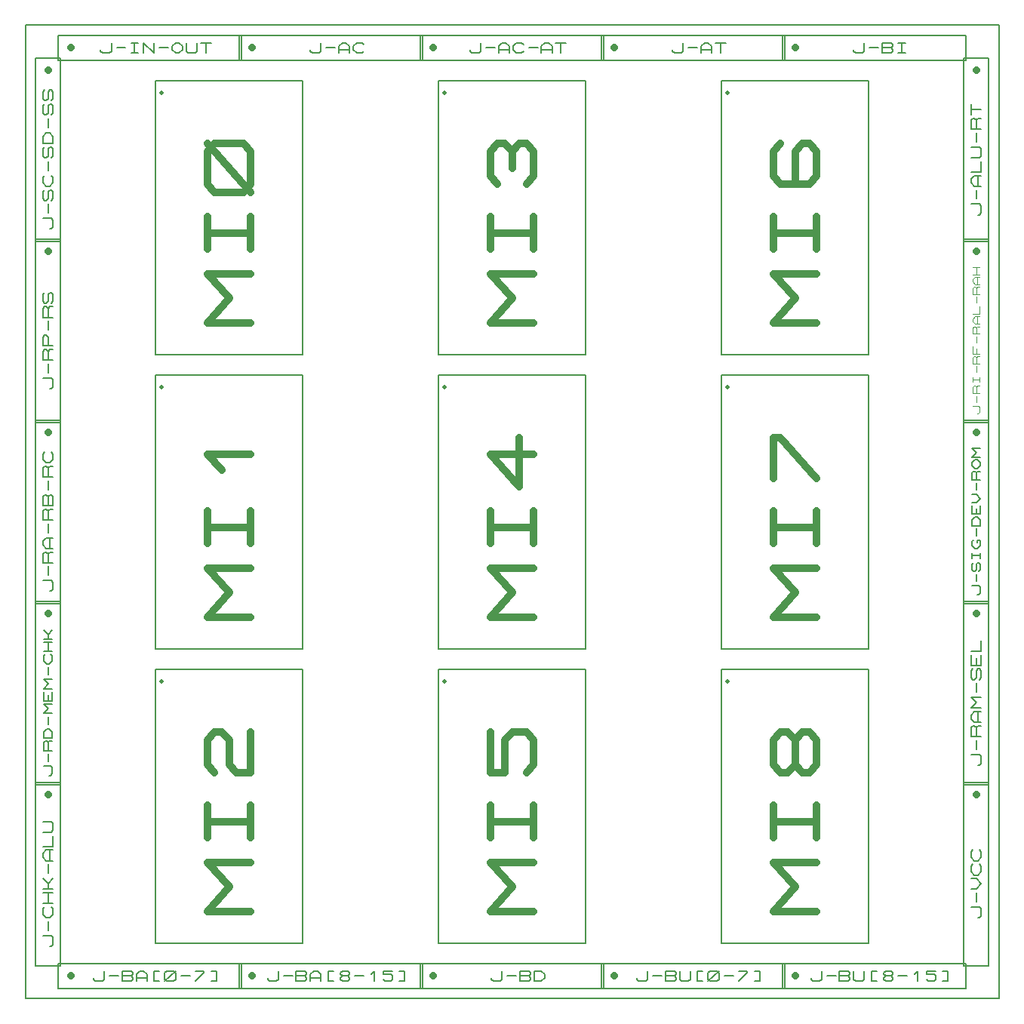
<source format=gbr>
G04 PROTEUS GERBER X2 FILE*
%TF.GenerationSoftware,Labcenter,Proteus,8.13-SP0-Build31525*%
%TF.CreationDate,2022-07-18T16:04:25+00:00*%
%TF.FileFunction,AssemblyDrawing,Top*%
%TF.FilePolarity,Positive*%
%TF.Part,Single*%
%TF.SameCoordinates,{a14ccd22-1d2d-4c41-ae0f-5237a1d864ee}*%
%FSLAX45Y45*%
%MOMM*%
G01*
%TA.AperFunction,Profile*%
%ADD15C,0.203200*%
%TA.AperFunction,Material*%
%ADD16C,0.203200*%
%ADD20C,0.812800*%
%ADD21C,0.177800*%
%ADD22C,0.154510*%
%ADD23C,0.123610*%
%ADD24C,0.142630*%
%ADD25C,0.508000*%
%ADD26C,0.812120*%
%TD.AperFunction*%
D15*
X-5461000Y-5715000D02*
X+5461000Y-5715000D01*
X+5461000Y+5207000D01*
X-5461000Y+5207000D01*
X-5461000Y-5715000D01*
D16*
X-3058160Y+4815840D02*
X-1005840Y+4815840D01*
X-1005840Y+5090160D01*
X-3058160Y+5090160D01*
X-3058160Y+4815840D01*
D20*
X-2921000Y+4953000D02*
X-2921000Y+4953000D01*
D21*
X-2263140Y+4935220D02*
X-2263140Y+4917440D01*
X-2243138Y+4899660D01*
X-2163128Y+4899660D01*
X-2143125Y+4917440D01*
X-2143125Y+5006340D01*
X-2083118Y+4953000D02*
X-1983105Y+4953000D01*
X-1943100Y+4899660D02*
X-1943100Y+4970780D01*
X-1903095Y+5006340D01*
X-1863090Y+5006340D01*
X-1823085Y+4970780D01*
X-1823085Y+4899660D01*
X-1943100Y+4935220D02*
X-1823085Y+4935220D01*
X-1663065Y+4917440D02*
X-1683068Y+4899660D01*
X-1743075Y+4899660D01*
X-1783080Y+4935220D01*
X-1783080Y+4970780D01*
X-1743075Y+5006340D01*
X-1683068Y+5006340D01*
X-1663065Y+4988560D01*
D16*
X-1026160Y+4815840D02*
X+1026160Y+4815840D01*
X+1026160Y+5090160D01*
X-1026160Y+5090160D01*
X-1026160Y+4815840D01*
D20*
X-889000Y+4953000D02*
X-889000Y+4953000D01*
D21*
X-471170Y+4935220D02*
X-471170Y+4917440D01*
X-451168Y+4899660D01*
X-371158Y+4899660D01*
X-351155Y+4917440D01*
X-351155Y+5006340D01*
X-291148Y+4953000D02*
X-191135Y+4953000D01*
X-151130Y+4899660D02*
X-151130Y+4970780D01*
X-111125Y+5006340D01*
X-71120Y+5006340D01*
X-31115Y+4970780D01*
X-31115Y+4899660D01*
X-151130Y+4935220D02*
X-31115Y+4935220D01*
X+128905Y+4917440D02*
X+108902Y+4899660D01*
X+48895Y+4899660D01*
X+8890Y+4935220D01*
X+8890Y+4970780D01*
X+48895Y+5006340D01*
X+108902Y+5006340D01*
X+128905Y+4988560D01*
X+188912Y+4953000D02*
X+288925Y+4953000D01*
X+328930Y+4899660D02*
X+328930Y+4970780D01*
X+368935Y+5006340D01*
X+408940Y+5006340D01*
X+448945Y+4970780D01*
X+448945Y+4899660D01*
X+328930Y+4935220D02*
X+448945Y+4935220D01*
X+488950Y+5006340D02*
X+608965Y+5006340D01*
X+548957Y+5006340D02*
X+548957Y+4899660D01*
D16*
X+1005840Y+4815840D02*
X+3058160Y+4815840D01*
X+3058160Y+5090160D01*
X+1005840Y+5090160D01*
X+1005840Y+4815840D01*
D20*
X+1143000Y+4953000D02*
X+1143000Y+4953000D01*
D21*
X+1800860Y+4935220D02*
X+1800860Y+4917440D01*
X+1820862Y+4899660D01*
X+1900872Y+4899660D01*
X+1920875Y+4917440D01*
X+1920875Y+5006340D01*
X+1980882Y+4953000D02*
X+2080895Y+4953000D01*
X+2120900Y+4899660D02*
X+2120900Y+4970780D01*
X+2160905Y+5006340D01*
X+2200910Y+5006340D01*
X+2240915Y+4970780D01*
X+2240915Y+4899660D01*
X+2120900Y+4935220D02*
X+2240915Y+4935220D01*
X+2280920Y+5006340D02*
X+2400935Y+5006340D01*
X+2340927Y+5006340D02*
X+2340927Y+4899660D01*
D16*
X+3037840Y+4815840D02*
X+5090160Y+4815840D01*
X+5090160Y+5090160D01*
X+3037840Y+5090160D01*
X+3037840Y+4815840D01*
D20*
X+3175000Y+4953000D02*
X+3175000Y+4953000D01*
D21*
X+3832860Y+4935220D02*
X+3832860Y+4917440D01*
X+3852862Y+4899660D01*
X+3932872Y+4899660D01*
X+3952875Y+4917440D01*
X+3952875Y+5006340D01*
X+4012882Y+4953000D02*
X+4112895Y+4953000D01*
X+4152900Y+4899660D02*
X+4152900Y+5006340D01*
X+4252912Y+5006340D01*
X+4272915Y+4988560D01*
X+4272915Y+4970780D01*
X+4252912Y+4953000D01*
X+4272915Y+4935220D01*
X+4272915Y+4917440D01*
X+4252912Y+4899660D01*
X+4152900Y+4899660D01*
X+4152900Y+4953000D02*
X+4252912Y+4953000D01*
X+4332922Y+5006340D02*
X+4412932Y+5006340D01*
X+4372927Y+5006340D02*
X+4372927Y+4899660D01*
X+4332922Y+4899660D02*
X+4412932Y+4899660D01*
D16*
X-5090160Y+4815840D02*
X-3037840Y+4815840D01*
X-3037840Y+5090160D01*
X-5090160Y+5090160D01*
X-5090160Y+4815840D01*
D20*
X-4953000Y+4953000D02*
X-4953000Y+4953000D01*
D21*
X-4615180Y+4935220D02*
X-4615180Y+4917440D01*
X-4595178Y+4899660D01*
X-4515168Y+4899660D01*
X-4495165Y+4917440D01*
X-4495165Y+5006340D01*
X-4435158Y+4953000D02*
X-4335145Y+4953000D01*
X-4275138Y+5006340D02*
X-4195128Y+5006340D01*
X-4235133Y+5006340D02*
X-4235133Y+4899660D01*
X-4275138Y+4899660D02*
X-4195128Y+4899660D01*
X-4135120Y+4899660D02*
X-4135120Y+5006340D01*
X-4015105Y+4899660D01*
X-4015105Y+5006340D01*
X-3955098Y+4953000D02*
X-3855085Y+4953000D01*
X-3815080Y+4970780D02*
X-3775075Y+5006340D01*
X-3735070Y+5006340D01*
X-3695065Y+4970780D01*
X-3695065Y+4935220D01*
X-3735070Y+4899660D01*
X-3775075Y+4899660D01*
X-3815080Y+4935220D01*
X-3815080Y+4970780D01*
X-3655060Y+5006340D02*
X-3655060Y+4917440D01*
X-3635058Y+4899660D01*
X-3555048Y+4899660D01*
X-3535045Y+4917440D01*
X-3535045Y+5006340D01*
X-3495040Y+5006340D02*
X-3375025Y+5006340D01*
X-3435033Y+5006340D02*
X-3435033Y+4899660D01*
D16*
X-5090160Y-5598160D02*
X-3037840Y-5598160D01*
X-3037840Y-5323840D01*
X-5090160Y-5323840D01*
X-5090160Y-5598160D01*
D20*
X-4953000Y-5461000D02*
X-4953000Y-5461000D01*
D21*
X-4695190Y-5478780D02*
X-4695190Y-5496560D01*
X-4675188Y-5514340D01*
X-4595178Y-5514340D01*
X-4575175Y-5496560D01*
X-4575175Y-5407660D01*
X-4515168Y-5461000D02*
X-4415155Y-5461000D01*
X-4375150Y-5514340D02*
X-4375150Y-5407660D01*
X-4275138Y-5407660D01*
X-4255135Y-5425440D01*
X-4255135Y-5443220D01*
X-4275138Y-5461000D01*
X-4255135Y-5478780D01*
X-4255135Y-5496560D01*
X-4275138Y-5514340D01*
X-4375150Y-5514340D01*
X-4375150Y-5461000D02*
X-4275138Y-5461000D01*
X-4215130Y-5514340D02*
X-4215130Y-5443220D01*
X-4175125Y-5407660D01*
X-4135120Y-5407660D01*
X-4095115Y-5443220D01*
X-4095115Y-5514340D01*
X-4215130Y-5478780D02*
X-4095115Y-5478780D01*
X-3955098Y-5407660D02*
X-4015105Y-5407660D01*
X-4015105Y-5514340D01*
X-3955098Y-5514340D01*
X-3895090Y-5496560D02*
X-3895090Y-5425440D01*
X-3875088Y-5407660D01*
X-3795078Y-5407660D01*
X-3775075Y-5425440D01*
X-3775075Y-5496560D01*
X-3795078Y-5514340D01*
X-3875088Y-5514340D01*
X-3895090Y-5496560D01*
X-3895090Y-5514340D02*
X-3775075Y-5407660D01*
X-3715068Y-5461000D02*
X-3615055Y-5461000D01*
X-3555048Y-5407660D02*
X-3455035Y-5407660D01*
X-3455035Y-5425440D01*
X-3555048Y-5514340D01*
X-3375025Y-5407660D02*
X-3315018Y-5407660D01*
X-3315018Y-5514340D01*
X-3375025Y-5514340D01*
D16*
X-3058160Y-5598160D02*
X-1005840Y-5598160D01*
X-1005840Y-5323840D01*
X-3058160Y-5323840D01*
X-3058160Y-5598160D01*
D20*
X-2921000Y-5461000D02*
X-2921000Y-5461000D01*
D21*
X-2743200Y-5478780D02*
X-2743200Y-5496560D01*
X-2723198Y-5514340D01*
X-2643188Y-5514340D01*
X-2623185Y-5496560D01*
X-2623185Y-5407660D01*
X-2563178Y-5461000D02*
X-2463165Y-5461000D01*
X-2423160Y-5514340D02*
X-2423160Y-5407660D01*
X-2323148Y-5407660D01*
X-2303145Y-5425440D01*
X-2303145Y-5443220D01*
X-2323148Y-5461000D01*
X-2303145Y-5478780D01*
X-2303145Y-5496560D01*
X-2323148Y-5514340D01*
X-2423160Y-5514340D01*
X-2423160Y-5461000D02*
X-2323148Y-5461000D01*
X-2263140Y-5514340D02*
X-2263140Y-5443220D01*
X-2223135Y-5407660D01*
X-2183130Y-5407660D01*
X-2143125Y-5443220D01*
X-2143125Y-5514340D01*
X-2263140Y-5478780D02*
X-2143125Y-5478780D01*
X-2003108Y-5407660D02*
X-2063115Y-5407660D01*
X-2063115Y-5514340D01*
X-2003108Y-5514340D01*
X-1903095Y-5461000D02*
X-1923098Y-5443220D01*
X-1923098Y-5425440D01*
X-1903095Y-5407660D01*
X-1843088Y-5407660D01*
X-1823085Y-5425440D01*
X-1823085Y-5443220D01*
X-1843088Y-5461000D01*
X-1903095Y-5461000D01*
X-1923098Y-5478780D01*
X-1923098Y-5496560D01*
X-1903095Y-5514340D01*
X-1843088Y-5514340D01*
X-1823085Y-5496560D01*
X-1823085Y-5478780D01*
X-1843088Y-5461000D01*
X-1763078Y-5461000D02*
X-1663065Y-5461000D01*
X-1583055Y-5443220D02*
X-1543050Y-5407660D01*
X-1543050Y-5514340D01*
X-1343025Y-5407660D02*
X-1443038Y-5407660D01*
X-1443038Y-5443220D01*
X-1363028Y-5443220D01*
X-1343025Y-5461000D01*
X-1343025Y-5496560D01*
X-1363028Y-5514340D01*
X-1423035Y-5514340D01*
X-1443038Y-5496560D01*
X-1263015Y-5407660D02*
X-1203008Y-5407660D01*
X-1203008Y-5514340D01*
X-1263015Y-5514340D01*
D16*
X-1026160Y-5598160D02*
X+1026160Y-5598160D01*
X+1026160Y-5323840D01*
X-1026160Y-5323840D01*
X-1026160Y-5598160D01*
D20*
X-889000Y-5461000D02*
X-889000Y-5461000D01*
D21*
X-231140Y-5478780D02*
X-231140Y-5496560D01*
X-211138Y-5514340D01*
X-131128Y-5514340D01*
X-111125Y-5496560D01*
X-111125Y-5407660D01*
X-51118Y-5461000D02*
X+48895Y-5461000D01*
X+88900Y-5514340D02*
X+88900Y-5407660D01*
X+188912Y-5407660D01*
X+208915Y-5425440D01*
X+208915Y-5443220D01*
X+188912Y-5461000D01*
X+208915Y-5478780D01*
X+208915Y-5496560D01*
X+188912Y-5514340D01*
X+88900Y-5514340D01*
X+88900Y-5461000D02*
X+188912Y-5461000D01*
X+248920Y-5514340D02*
X+248920Y-5407660D01*
X+328930Y-5407660D01*
X+368935Y-5443220D01*
X+368935Y-5478780D01*
X+328930Y-5514340D01*
X+248920Y-5514340D01*
D16*
X+1005840Y-5598160D02*
X+3058160Y-5598160D01*
X+3058160Y-5323840D01*
X+1005840Y-5323840D01*
X+1005840Y-5598160D01*
D20*
X+1143000Y-5461000D02*
X+1143000Y-5461000D01*
D21*
X+1400810Y-5478780D02*
X+1400810Y-5496560D01*
X+1420812Y-5514340D01*
X+1500822Y-5514340D01*
X+1520825Y-5496560D01*
X+1520825Y-5407660D01*
X+1580832Y-5461000D02*
X+1680845Y-5461000D01*
X+1720850Y-5514340D02*
X+1720850Y-5407660D01*
X+1820862Y-5407660D01*
X+1840865Y-5425440D01*
X+1840865Y-5443220D01*
X+1820862Y-5461000D01*
X+1840865Y-5478780D01*
X+1840865Y-5496560D01*
X+1820862Y-5514340D01*
X+1720850Y-5514340D01*
X+1720850Y-5461000D02*
X+1820862Y-5461000D01*
X+1880870Y-5407660D02*
X+1880870Y-5496560D01*
X+1900872Y-5514340D01*
X+1980882Y-5514340D01*
X+2000885Y-5496560D01*
X+2000885Y-5407660D01*
X+2140902Y-5407660D02*
X+2080895Y-5407660D01*
X+2080895Y-5514340D01*
X+2140902Y-5514340D01*
X+2200910Y-5496560D02*
X+2200910Y-5425440D01*
X+2220912Y-5407660D01*
X+2300922Y-5407660D01*
X+2320925Y-5425440D01*
X+2320925Y-5496560D01*
X+2300922Y-5514340D01*
X+2220912Y-5514340D01*
X+2200910Y-5496560D01*
X+2200910Y-5514340D02*
X+2320925Y-5407660D01*
X+2380932Y-5461000D02*
X+2480945Y-5461000D01*
X+2540952Y-5407660D02*
X+2640965Y-5407660D01*
X+2640965Y-5425440D01*
X+2540952Y-5514340D01*
X+2720975Y-5407660D02*
X+2780982Y-5407660D01*
X+2780982Y-5514340D01*
X+2720975Y-5514340D01*
D16*
X+3037840Y-5598160D02*
X+5090160Y-5598160D01*
X+5090160Y-5323840D01*
X+3037840Y-5323840D01*
X+3037840Y-5598160D01*
D20*
X+3175000Y-5461000D02*
X+3175000Y-5461000D01*
D21*
X+3352800Y-5478780D02*
X+3352800Y-5496560D01*
X+3372802Y-5514340D01*
X+3452812Y-5514340D01*
X+3472815Y-5496560D01*
X+3472815Y-5407660D01*
X+3532822Y-5461000D02*
X+3632835Y-5461000D01*
X+3672840Y-5514340D02*
X+3672840Y-5407660D01*
X+3772852Y-5407660D01*
X+3792855Y-5425440D01*
X+3792855Y-5443220D01*
X+3772852Y-5461000D01*
X+3792855Y-5478780D01*
X+3792855Y-5496560D01*
X+3772852Y-5514340D01*
X+3672840Y-5514340D01*
X+3672840Y-5461000D02*
X+3772852Y-5461000D01*
X+3832860Y-5407660D02*
X+3832860Y-5496560D01*
X+3852862Y-5514340D01*
X+3932872Y-5514340D01*
X+3952875Y-5496560D01*
X+3952875Y-5407660D01*
X+4092892Y-5407660D02*
X+4032885Y-5407660D01*
X+4032885Y-5514340D01*
X+4092892Y-5514340D01*
X+4192905Y-5461000D02*
X+4172902Y-5443220D01*
X+4172902Y-5425440D01*
X+4192905Y-5407660D01*
X+4252912Y-5407660D01*
X+4272915Y-5425440D01*
X+4272915Y-5443220D01*
X+4252912Y-5461000D01*
X+4192905Y-5461000D01*
X+4172902Y-5478780D01*
X+4172902Y-5496560D01*
X+4192905Y-5514340D01*
X+4252912Y-5514340D01*
X+4272915Y-5496560D01*
X+4272915Y-5478780D01*
X+4252912Y-5461000D01*
X+4332922Y-5461000D02*
X+4432935Y-5461000D01*
X+4512945Y-5443220D02*
X+4552950Y-5407660D01*
X+4552950Y-5514340D01*
X+4752975Y-5407660D02*
X+4652962Y-5407660D01*
X+4652962Y-5443220D01*
X+4732972Y-5443220D01*
X+4752975Y-5461000D01*
X+4752975Y-5496560D01*
X+4732972Y-5514340D01*
X+4672965Y-5514340D01*
X+4652962Y-5496560D01*
X+4832985Y-5407660D02*
X+4892992Y-5407660D01*
X+4892992Y-5514340D01*
X+4832985Y-5514340D01*
D16*
X-5344160Y+2783840D02*
X-5069840Y+2783840D01*
X-5069840Y+4836160D01*
X-5344160Y+4836160D01*
X-5344160Y+2783840D01*
D20*
X-5207000Y+4699000D02*
X-5207000Y+4699000D01*
D21*
X-5189220Y+2921000D02*
X-5171440Y+2921000D01*
X-5153660Y+2941002D01*
X-5153660Y+3021012D01*
X-5171440Y+3041015D01*
X-5260340Y+3041015D01*
X-5207000Y+3101022D02*
X-5207000Y+3201035D01*
X-5171440Y+3241040D02*
X-5153660Y+3261042D01*
X-5153660Y+3341052D01*
X-5171440Y+3361055D01*
X-5189220Y+3361055D01*
X-5207000Y+3341052D01*
X-5207000Y+3261042D01*
X-5224780Y+3241040D01*
X-5242560Y+3241040D01*
X-5260340Y+3261042D01*
X-5260340Y+3341052D01*
X-5242560Y+3361055D01*
X-5171440Y+3521075D02*
X-5153660Y+3501072D01*
X-5153660Y+3441065D01*
X-5189220Y+3401060D01*
X-5224780Y+3401060D01*
X-5260340Y+3441065D01*
X-5260340Y+3501072D01*
X-5242560Y+3521075D01*
X-5207000Y+3581082D02*
X-5207000Y+3681095D01*
X-5171440Y+3721100D02*
X-5153660Y+3741102D01*
X-5153660Y+3821112D01*
X-5171440Y+3841115D01*
X-5189220Y+3841115D01*
X-5207000Y+3821112D01*
X-5207000Y+3741102D01*
X-5224780Y+3721100D01*
X-5242560Y+3721100D01*
X-5260340Y+3741102D01*
X-5260340Y+3821112D01*
X-5242560Y+3841115D01*
X-5153660Y+3881120D02*
X-5260340Y+3881120D01*
X-5260340Y+3961130D01*
X-5224780Y+4001135D01*
X-5189220Y+4001135D01*
X-5153660Y+3961130D01*
X-5153660Y+3881120D01*
X-5207000Y+4061142D02*
X-5207000Y+4161155D01*
X-5171440Y+4201160D02*
X-5153660Y+4221162D01*
X-5153660Y+4301172D01*
X-5171440Y+4321175D01*
X-5189220Y+4321175D01*
X-5207000Y+4301172D01*
X-5207000Y+4221162D01*
X-5224780Y+4201160D01*
X-5242560Y+4201160D01*
X-5260340Y+4221162D01*
X-5260340Y+4301172D01*
X-5242560Y+4321175D01*
X-5171440Y+4361180D02*
X-5153660Y+4381182D01*
X-5153660Y+4461192D01*
X-5171440Y+4481195D01*
X-5189220Y+4481195D01*
X-5207000Y+4461192D01*
X-5207000Y+4381182D01*
X-5224780Y+4361180D01*
X-5242560Y+4361180D01*
X-5260340Y+4381182D01*
X-5260340Y+4461192D01*
X-5242560Y+4481195D01*
D16*
X-5344160Y+751840D02*
X-5069840Y+751840D01*
X-5069840Y+2804160D01*
X-5344160Y+2804160D01*
X-5344160Y+751840D01*
D20*
X-5207000Y+2667000D02*
X-5207000Y+2667000D01*
D21*
X-5189220Y+1129030D02*
X-5171440Y+1129030D01*
X-5153660Y+1149032D01*
X-5153660Y+1229042D01*
X-5171440Y+1249045D01*
X-5260340Y+1249045D01*
X-5207000Y+1309052D02*
X-5207000Y+1409065D01*
X-5153660Y+1449070D02*
X-5260340Y+1449070D01*
X-5260340Y+1549082D01*
X-5242560Y+1569085D01*
X-5224780Y+1569085D01*
X-5207000Y+1549082D01*
X-5207000Y+1449070D01*
X-5207000Y+1549082D02*
X-5189220Y+1569085D01*
X-5153660Y+1569085D01*
X-5153660Y+1609090D02*
X-5260340Y+1609090D01*
X-5260340Y+1709102D01*
X-5242560Y+1729105D01*
X-5224780Y+1729105D01*
X-5207000Y+1709102D01*
X-5207000Y+1609090D01*
X-5207000Y+1789112D02*
X-5207000Y+1889125D01*
X-5153660Y+1929130D02*
X-5260340Y+1929130D01*
X-5260340Y+2029142D01*
X-5242560Y+2049145D01*
X-5224780Y+2049145D01*
X-5207000Y+2029142D01*
X-5207000Y+1929130D01*
X-5207000Y+2029142D02*
X-5189220Y+2049145D01*
X-5153660Y+2049145D01*
X-5171440Y+2089150D02*
X-5153660Y+2109152D01*
X-5153660Y+2189162D01*
X-5171440Y+2209165D01*
X-5189220Y+2209165D01*
X-5207000Y+2189162D01*
X-5207000Y+2109152D01*
X-5224780Y+2089150D01*
X-5242560Y+2089150D01*
X-5260340Y+2109152D01*
X-5260340Y+2189162D01*
X-5242560Y+2209165D01*
D16*
X-5344160Y-1280160D02*
X-5069840Y-1280160D01*
X-5069840Y+772160D01*
X-5344160Y+772160D01*
X-5344160Y-1280160D01*
D20*
X-5207000Y+635000D02*
X-5207000Y+635000D01*
D21*
X-5189220Y-1143000D02*
X-5171440Y-1143000D01*
X-5153660Y-1122998D01*
X-5153660Y-1042988D01*
X-5171440Y-1022985D01*
X-5260340Y-1022985D01*
X-5207000Y-962978D02*
X-5207000Y-862965D01*
X-5153660Y-822960D02*
X-5260340Y-822960D01*
X-5260340Y-722948D01*
X-5242560Y-702945D01*
X-5224780Y-702945D01*
X-5207000Y-722948D01*
X-5207000Y-822960D01*
X-5207000Y-722948D02*
X-5189220Y-702945D01*
X-5153660Y-702945D01*
X-5153660Y-662940D02*
X-5224780Y-662940D01*
X-5260340Y-622935D01*
X-5260340Y-582930D01*
X-5224780Y-542925D01*
X-5153660Y-542925D01*
X-5189220Y-662940D02*
X-5189220Y-542925D01*
X-5207000Y-482918D02*
X-5207000Y-382905D01*
X-5153660Y-342900D02*
X-5260340Y-342900D01*
X-5260340Y-242888D01*
X-5242560Y-222885D01*
X-5224780Y-222885D01*
X-5207000Y-242888D01*
X-5207000Y-342900D01*
X-5207000Y-242888D02*
X-5189220Y-222885D01*
X-5153660Y-222885D01*
X-5153660Y-182880D02*
X-5260340Y-182880D01*
X-5260340Y-82868D01*
X-5242560Y-62865D01*
X-5224780Y-62865D01*
X-5207000Y-82868D01*
X-5189220Y-62865D01*
X-5171440Y-62865D01*
X-5153660Y-82868D01*
X-5153660Y-182880D01*
X-5207000Y-182880D02*
X-5207000Y-82868D01*
X-5207000Y-2858D02*
X-5207000Y+97155D01*
X-5153660Y+137160D02*
X-5260340Y+137160D01*
X-5260340Y+237172D01*
X-5242560Y+257175D01*
X-5224780Y+257175D01*
X-5207000Y+237172D01*
X-5207000Y+137160D01*
X-5207000Y+237172D02*
X-5189220Y+257175D01*
X-5153660Y+257175D01*
X-5171440Y+417195D02*
X-5153660Y+397192D01*
X-5153660Y+337185D01*
X-5189220Y+297180D01*
X-5224780Y+297180D01*
X-5260340Y+337185D01*
X-5260340Y+397192D01*
X-5242560Y+417195D01*
D16*
X-5344160Y-3312160D02*
X-5069840Y-3312160D01*
X-5069840Y-1259840D01*
X-5344160Y-1259840D01*
X-5344160Y-3312160D01*
D20*
X-5207000Y-1397000D02*
X-5207000Y-1397000D01*
D22*
X-5191548Y-3209284D02*
X-5176096Y-3209284D01*
X-5160645Y-3191901D01*
X-5160645Y-3122369D01*
X-5176096Y-3104986D01*
X-5253354Y-3104986D01*
X-5207000Y-3052837D02*
X-5207000Y-2965922D01*
X-5160645Y-2931156D02*
X-5253354Y-2931156D01*
X-5253354Y-2844241D01*
X-5237903Y-2826858D01*
X-5222451Y-2826858D01*
X-5207000Y-2844241D01*
X-5207000Y-2931156D01*
X-5207000Y-2844241D02*
X-5191548Y-2826858D01*
X-5160645Y-2826858D01*
X-5160645Y-2792092D02*
X-5253354Y-2792092D01*
X-5253354Y-2722560D01*
X-5222451Y-2687794D01*
X-5191548Y-2687794D01*
X-5160645Y-2722560D01*
X-5160645Y-2792092D01*
X-5207000Y-2635645D02*
X-5207000Y-2548730D01*
X-5160645Y-2513964D02*
X-5253354Y-2513964D01*
X-5207000Y-2461815D01*
X-5253354Y-2409666D01*
X-5160645Y-2409666D01*
X-5160645Y-2270602D02*
X-5160645Y-2374900D01*
X-5253354Y-2374900D01*
X-5253354Y-2270602D01*
X-5207000Y-2374900D02*
X-5207000Y-2305368D01*
X-5160645Y-2235836D02*
X-5253354Y-2235836D01*
X-5207000Y-2183687D01*
X-5253354Y-2131538D01*
X-5160645Y-2131538D01*
X-5207000Y-2079389D02*
X-5207000Y-1992474D01*
X-5176096Y-1853410D02*
X-5160645Y-1870793D01*
X-5160645Y-1922942D01*
X-5191548Y-1957708D01*
X-5222451Y-1957708D01*
X-5253354Y-1922942D01*
X-5253354Y-1870793D01*
X-5237903Y-1853410D01*
X-5160645Y-1818644D02*
X-5253354Y-1818644D01*
X-5253354Y-1714346D02*
X-5160645Y-1714346D01*
X-5207000Y-1818644D02*
X-5207000Y-1714346D01*
X-5253354Y-1679580D02*
X-5160645Y-1679580D01*
X-5253354Y-1575282D02*
X-5207000Y-1627431D01*
X-5160645Y-1575282D01*
X-5207000Y-1679580D02*
X-5207000Y-1627431D01*
D16*
X-5344160Y-5344160D02*
X-5069840Y-5344160D01*
X-5069840Y-3291840D01*
X-5344160Y-3291840D01*
X-5344160Y-5344160D01*
D20*
X-5207000Y-3429000D02*
X-5207000Y-3429000D01*
D21*
X-5189220Y-5126990D02*
X-5171440Y-5126990D01*
X-5153660Y-5106988D01*
X-5153660Y-5026978D01*
X-5171440Y-5006975D01*
X-5260340Y-5006975D01*
X-5207000Y-4946968D02*
X-5207000Y-4846955D01*
X-5171440Y-4686935D02*
X-5153660Y-4706938D01*
X-5153660Y-4766945D01*
X-5189220Y-4806950D01*
X-5224780Y-4806950D01*
X-5260340Y-4766945D01*
X-5260340Y-4706938D01*
X-5242560Y-4686935D01*
X-5153660Y-4646930D02*
X-5260340Y-4646930D01*
X-5260340Y-4526915D02*
X-5153660Y-4526915D01*
X-5207000Y-4646930D02*
X-5207000Y-4526915D01*
X-5260340Y-4486910D02*
X-5153660Y-4486910D01*
X-5260340Y-4366895D02*
X-5207000Y-4426903D01*
X-5153660Y-4366895D01*
X-5207000Y-4486910D02*
X-5207000Y-4426903D01*
X-5207000Y-4306888D02*
X-5207000Y-4206875D01*
X-5153660Y-4166870D02*
X-5224780Y-4166870D01*
X-5260340Y-4126865D01*
X-5260340Y-4086860D01*
X-5224780Y-4046855D01*
X-5153660Y-4046855D01*
X-5189220Y-4166870D02*
X-5189220Y-4046855D01*
X-5260340Y-4006850D02*
X-5153660Y-4006850D01*
X-5153660Y-3886835D01*
X-5260340Y-3846830D02*
X-5171440Y-3846830D01*
X-5153660Y-3826828D01*
X-5153660Y-3746818D01*
X-5171440Y-3726815D01*
X-5260340Y-3726815D01*
D16*
X+5069840Y+2783840D02*
X+5344160Y+2783840D01*
X+5344160Y+4836160D01*
X+5069840Y+4836160D01*
X+5069840Y+2783840D01*
D20*
X+5207000Y+4699000D02*
X+5207000Y+4699000D01*
D21*
X+5224780Y+3081020D02*
X+5242560Y+3081020D01*
X+5260340Y+3101022D01*
X+5260340Y+3181032D01*
X+5242560Y+3201035D01*
X+5153660Y+3201035D01*
X+5207000Y+3261042D02*
X+5207000Y+3361055D01*
X+5260340Y+3401060D02*
X+5189220Y+3401060D01*
X+5153660Y+3441065D01*
X+5153660Y+3481070D01*
X+5189220Y+3521075D01*
X+5260340Y+3521075D01*
X+5224780Y+3401060D02*
X+5224780Y+3521075D01*
X+5153660Y+3561080D02*
X+5260340Y+3561080D01*
X+5260340Y+3681095D01*
X+5153660Y+3721100D02*
X+5242560Y+3721100D01*
X+5260340Y+3741102D01*
X+5260340Y+3821112D01*
X+5242560Y+3841115D01*
X+5153660Y+3841115D01*
X+5207000Y+3901122D02*
X+5207000Y+4001135D01*
X+5260340Y+4041140D02*
X+5153660Y+4041140D01*
X+5153660Y+4141152D01*
X+5171440Y+4161155D01*
X+5189220Y+4161155D01*
X+5207000Y+4141152D01*
X+5207000Y+4041140D01*
X+5207000Y+4141152D02*
X+5224780Y+4161155D01*
X+5260340Y+4161155D01*
X+5153660Y+4201160D02*
X+5153660Y+4321175D01*
X+5153660Y+4261167D02*
X+5260340Y+4261167D01*
D16*
X+5069840Y+751840D02*
X+5344160Y+751840D01*
X+5344160Y+2804160D01*
X+5069840Y+2804160D01*
X+5069840Y+751840D01*
D20*
X+5207000Y+2667000D02*
X+5207000Y+2667000D01*
D23*
X+5219361Y+854718D02*
X+5231723Y+854718D01*
X+5244084Y+868624D01*
X+5244084Y+924249D01*
X+5231723Y+938156D01*
X+5169916Y+938156D01*
X+5207000Y+979875D02*
X+5207000Y+1049407D01*
X+5244084Y+1077220D02*
X+5169916Y+1077220D01*
X+5169916Y+1146751D01*
X+5182277Y+1160658D01*
X+5194639Y+1160658D01*
X+5207000Y+1146751D01*
X+5207000Y+1077220D01*
X+5207000Y+1146751D02*
X+5219361Y+1160658D01*
X+5244084Y+1160658D01*
X+5169916Y+1202377D02*
X+5169916Y+1258002D01*
X+5169916Y+1230190D02*
X+5244084Y+1230190D01*
X+5244084Y+1202377D02*
X+5244084Y+1258002D01*
X+5207000Y+1313628D02*
X+5207000Y+1383160D01*
X+5244084Y+1410973D02*
X+5169916Y+1410973D01*
X+5169916Y+1480504D01*
X+5182277Y+1494411D01*
X+5194639Y+1494411D01*
X+5207000Y+1480504D01*
X+5207000Y+1410973D01*
X+5207000Y+1480504D02*
X+5219361Y+1494411D01*
X+5244084Y+1494411D01*
X+5244084Y+1522224D02*
X+5169916Y+1522224D01*
X+5169916Y+1605662D01*
X+5207000Y+1522224D02*
X+5207000Y+1577849D01*
X+5207000Y+1647381D02*
X+5207000Y+1716913D01*
X+5244084Y+1744726D02*
X+5169916Y+1744726D01*
X+5169916Y+1814257D01*
X+5182277Y+1828164D01*
X+5194639Y+1828164D01*
X+5207000Y+1814257D01*
X+5207000Y+1744726D01*
X+5207000Y+1814257D02*
X+5219361Y+1828164D01*
X+5244084Y+1828164D01*
X+5244084Y+1855977D02*
X+5194639Y+1855977D01*
X+5169916Y+1883789D01*
X+5169916Y+1911602D01*
X+5194639Y+1939415D01*
X+5244084Y+1939415D01*
X+5219361Y+1855977D02*
X+5219361Y+1939415D01*
X+5169916Y+1967228D02*
X+5244084Y+1967228D01*
X+5244084Y+2050666D01*
X+5207000Y+2092385D02*
X+5207000Y+2161917D01*
X+5244084Y+2189730D02*
X+5169916Y+2189730D01*
X+5169916Y+2259261D01*
X+5182277Y+2273168D01*
X+5194639Y+2273168D01*
X+5207000Y+2259261D01*
X+5207000Y+2189730D01*
X+5207000Y+2259261D02*
X+5219361Y+2273168D01*
X+5244084Y+2273168D01*
X+5244084Y+2300981D02*
X+5194639Y+2300981D01*
X+5169916Y+2328793D01*
X+5169916Y+2356606D01*
X+5194639Y+2384419D01*
X+5244084Y+2384419D01*
X+5219361Y+2300981D02*
X+5219361Y+2384419D01*
X+5244084Y+2412232D02*
X+5169916Y+2412232D01*
X+5169916Y+2495670D02*
X+5244084Y+2495670D01*
X+5207000Y+2412232D02*
X+5207000Y+2495670D01*
D16*
X+5069840Y-1280160D02*
X+5344160Y-1280160D01*
X+5344160Y+772160D01*
X+5069840Y+772160D01*
X+5069840Y-1280160D01*
D20*
X+5207000Y+635000D02*
X+5207000Y+635000D01*
D24*
X+5221263Y-1177285D02*
X+5235526Y-1177285D01*
X+5249789Y-1161240D01*
X+5249789Y-1097056D01*
X+5235526Y-1081010D01*
X+5164211Y-1081010D01*
X+5207000Y-1032873D02*
X+5207000Y-952643D01*
X+5235526Y-920551D02*
X+5249789Y-904506D01*
X+5249789Y-840322D01*
X+5235526Y-824276D01*
X+5221263Y-824276D01*
X+5207000Y-840322D01*
X+5207000Y-904506D01*
X+5192737Y-920551D01*
X+5178474Y-920551D01*
X+5164211Y-904506D01*
X+5164211Y-840322D01*
X+5178474Y-824276D01*
X+5164211Y-776139D02*
X+5164211Y-711955D01*
X+5164211Y-744047D02*
X+5249789Y-744047D01*
X+5249789Y-776139D02*
X+5249789Y-711955D01*
X+5221263Y-599634D02*
X+5221263Y-567542D01*
X+5249789Y-567542D01*
X+5249789Y-631726D01*
X+5221263Y-663817D01*
X+5192737Y-663817D01*
X+5164211Y-631726D01*
X+5164211Y-583588D01*
X+5178474Y-567542D01*
X+5207000Y-519405D02*
X+5207000Y-439175D01*
X+5249789Y-407083D02*
X+5164211Y-407083D01*
X+5164211Y-342900D01*
X+5192737Y-310808D01*
X+5221263Y-310808D01*
X+5249789Y-342900D01*
X+5249789Y-407083D01*
X+5249789Y-182441D02*
X+5249789Y-278716D01*
X+5164211Y-278716D01*
X+5164211Y-182441D01*
X+5207000Y-278716D02*
X+5207000Y-214533D01*
X+5164211Y-150349D02*
X+5207000Y-150349D01*
X+5249789Y-102212D01*
X+5207000Y-54074D01*
X+5164211Y-54074D01*
X+5207000Y-5937D02*
X+5207000Y+74293D01*
X+5249789Y+106385D02*
X+5164211Y+106385D01*
X+5164211Y+186614D01*
X+5178474Y+202660D01*
X+5192737Y+202660D01*
X+5207000Y+186614D01*
X+5207000Y+106385D01*
X+5207000Y+186614D02*
X+5221263Y+202660D01*
X+5249789Y+202660D01*
X+5192737Y+234752D02*
X+5164211Y+266843D01*
X+5164211Y+298935D01*
X+5192737Y+331027D01*
X+5221263Y+331027D01*
X+5249789Y+298935D01*
X+5249789Y+266843D01*
X+5221263Y+234752D01*
X+5192737Y+234752D01*
X+5249789Y+363119D02*
X+5164211Y+363119D01*
X+5207000Y+411256D01*
X+5164211Y+459394D01*
X+5249789Y+459394D01*
D16*
X+5069840Y-3312160D02*
X+5344160Y-3312160D01*
X+5344160Y-1259840D01*
X+5069840Y-1259840D01*
X+5069840Y-3312160D01*
D20*
X+5207000Y-1397000D02*
X+5207000Y-1397000D01*
D21*
X+5224780Y-3094990D02*
X+5242560Y-3094990D01*
X+5260340Y-3074988D01*
X+5260340Y-2994978D01*
X+5242560Y-2974975D01*
X+5153660Y-2974975D01*
X+5207000Y-2914968D02*
X+5207000Y-2814955D01*
X+5260340Y-2774950D02*
X+5153660Y-2774950D01*
X+5153660Y-2674938D01*
X+5171440Y-2654935D01*
X+5189220Y-2654935D01*
X+5207000Y-2674938D01*
X+5207000Y-2774950D01*
X+5207000Y-2674938D02*
X+5224780Y-2654935D01*
X+5260340Y-2654935D01*
X+5260340Y-2614930D02*
X+5189220Y-2614930D01*
X+5153660Y-2574925D01*
X+5153660Y-2534920D01*
X+5189220Y-2494915D01*
X+5260340Y-2494915D01*
X+5224780Y-2614930D02*
X+5224780Y-2494915D01*
X+5260340Y-2454910D02*
X+5153660Y-2454910D01*
X+5207000Y-2394903D01*
X+5153660Y-2334895D01*
X+5260340Y-2334895D01*
X+5207000Y-2274888D02*
X+5207000Y-2174875D01*
X+5242560Y-2134870D02*
X+5260340Y-2114868D01*
X+5260340Y-2034858D01*
X+5242560Y-2014855D01*
X+5224780Y-2014855D01*
X+5207000Y-2034858D01*
X+5207000Y-2114868D01*
X+5189220Y-2134870D01*
X+5171440Y-2134870D01*
X+5153660Y-2114868D01*
X+5153660Y-2034858D01*
X+5171440Y-2014855D01*
X+5260340Y-1854835D02*
X+5260340Y-1974850D01*
X+5153660Y-1974850D01*
X+5153660Y-1854835D01*
X+5207000Y-1974850D02*
X+5207000Y-1894840D01*
X+5153660Y-1814830D02*
X+5260340Y-1814830D01*
X+5260340Y-1694815D01*
D16*
X+5069840Y-5344160D02*
X+5344160Y-5344160D01*
X+5344160Y-3291840D01*
X+5069840Y-3291840D01*
X+5069840Y-5344160D01*
D20*
X+5207000Y-3429000D02*
X+5207000Y-3429000D01*
D21*
X+5224780Y-4806950D02*
X+5242560Y-4806950D01*
X+5260340Y-4786948D01*
X+5260340Y-4706938D01*
X+5242560Y-4686935D01*
X+5153660Y-4686935D01*
X+5207000Y-4626928D02*
X+5207000Y-4526915D01*
X+5153660Y-4486910D02*
X+5207000Y-4486910D01*
X+5260340Y-4426903D01*
X+5207000Y-4366895D01*
X+5153660Y-4366895D01*
X+5242560Y-4206875D02*
X+5260340Y-4226878D01*
X+5260340Y-4286885D01*
X+5224780Y-4326890D01*
X+5189220Y-4326890D01*
X+5153660Y-4286885D01*
X+5153660Y-4226878D01*
X+5171440Y-4206875D01*
X+5242560Y-4046855D02*
X+5260340Y-4066858D01*
X+5260340Y-4126865D01*
X+5224780Y-4166870D01*
X+5189220Y-4166870D01*
X+5153660Y-4126865D01*
X+5153660Y-4066858D01*
X+5171440Y-4046855D01*
D16*
X-4000500Y+1513840D02*
X-2349500Y+1513840D01*
X-2349500Y+4582160D01*
X-4000500Y+4582160D01*
X-4000500Y+1513840D01*
D25*
X-3937000Y+4445000D02*
X-3937000Y+4445000D01*
D26*
X-2931363Y+1870357D02*
X-3418636Y+1870357D01*
X-3175000Y+2144447D01*
X-3418636Y+2418538D01*
X-2931363Y+2418538D01*
X-3418636Y+2692629D02*
X-3418636Y+3058084D01*
X-3418636Y+2875356D02*
X-2931363Y+2875356D01*
X-2931363Y+2692629D02*
X-2931363Y+3058084D01*
X-3012575Y+3332175D02*
X-3337424Y+3332175D01*
X-3418636Y+3423538D01*
X-3418636Y+3788993D01*
X-3337424Y+3880356D01*
X-3012575Y+3880356D01*
X-2931363Y+3788993D01*
X-2931363Y+3423538D01*
X-3012575Y+3332175D01*
X-2931363Y+3332175D02*
X-3418636Y+3880356D01*
D16*
X-4000500Y-1788160D02*
X-2349500Y-1788160D01*
X-2349500Y+1280160D01*
X-4000500Y+1280160D01*
X-4000500Y-1788160D01*
D25*
X-3937000Y+1143000D02*
X-3937000Y+1143000D01*
D26*
X-2931363Y-1431643D02*
X-3418636Y-1431643D01*
X-3175000Y-1157553D01*
X-3418636Y-883462D01*
X-2931363Y-883462D01*
X-3418636Y-609371D02*
X-3418636Y-243916D01*
X-3418636Y-426644D02*
X-2931363Y-426644D01*
X-2931363Y-609371D02*
X-2931363Y-243916D01*
X-3256212Y+212902D02*
X-3418636Y+395629D01*
X-2931363Y+395629D01*
D16*
X-4000500Y-5090160D02*
X-2349500Y-5090160D01*
X-2349500Y-2021840D01*
X-4000500Y-2021840D01*
X-4000500Y-5090160D01*
D25*
X-3937000Y-2159000D02*
X-3937000Y-2159000D01*
D26*
X-2931363Y-4733643D02*
X-3418636Y-4733643D01*
X-3175000Y-4459553D01*
X-3418636Y-4185462D01*
X-2931363Y-4185462D01*
X-3418636Y-3911371D02*
X-3418636Y-3545916D01*
X-3418636Y-3728644D02*
X-2931363Y-3728644D01*
X-2931363Y-3911371D02*
X-2931363Y-3545916D01*
X-3337424Y-3180462D02*
X-3418636Y-3089098D01*
X-3418636Y-2815007D01*
X-3337424Y-2723644D01*
X-3256212Y-2723644D01*
X-3175000Y-2815007D01*
X-3175000Y-3089098D01*
X-3093787Y-3180462D01*
X-2931363Y-3180462D01*
X-2931363Y-2723644D01*
D16*
X-825500Y+1513840D02*
X+825500Y+1513840D01*
X+825500Y+4582160D01*
X-825500Y+4582160D01*
X-825500Y+1513840D01*
D25*
X-762000Y+4445000D02*
X-762000Y+4445000D01*
D26*
X+243637Y+1870357D02*
X-243636Y+1870357D01*
X+0Y+2144447D01*
X-243636Y+2418538D01*
X+243637Y+2418538D01*
X-243636Y+2692629D02*
X-243636Y+3058084D01*
X-243636Y+2875356D02*
X+243637Y+2875356D01*
X+243637Y+2692629D02*
X+243637Y+3058084D01*
X-162424Y+3423538D02*
X-243636Y+3514902D01*
X-243636Y+3788993D01*
X-162424Y+3880356D01*
X-81212Y+3880356D01*
X+0Y+3788993D01*
X+81213Y+3880356D01*
X+162425Y+3880356D01*
X+243637Y+3788993D01*
X+243637Y+3514902D01*
X+162425Y+3423538D01*
X+0Y+3606265D02*
X+0Y+3788993D01*
D16*
X-825500Y-1788160D02*
X+825500Y-1788160D01*
X+825500Y+1280160D01*
X-825500Y+1280160D01*
X-825500Y-1788160D01*
D25*
X-762000Y+1143000D02*
X-762000Y+1143000D01*
D26*
X+243637Y-1431643D02*
X-243636Y-1431643D01*
X+0Y-1157553D01*
X-243636Y-883462D01*
X+243637Y-883462D01*
X-243636Y-609371D02*
X-243636Y-243916D01*
X-243636Y-426644D02*
X+243637Y-426644D01*
X+243637Y-609371D02*
X+243637Y-243916D01*
X+81213Y+578356D02*
X+81213Y+30175D01*
X-243636Y+395629D01*
X+243637Y+395629D01*
D16*
X-825500Y-5090160D02*
X+825500Y-5090160D01*
X+825500Y-2021840D01*
X-825500Y-2021840D01*
X-825500Y-5090160D01*
D25*
X-762000Y-2159000D02*
X-762000Y-2159000D01*
D26*
X+243637Y-4733643D02*
X-243636Y-4733643D01*
X+0Y-4459553D01*
X-243636Y-4185462D01*
X+243637Y-4185462D01*
X-243636Y-3911371D02*
X-243636Y-3545916D01*
X-243636Y-3728644D02*
X+243637Y-3728644D01*
X+243637Y-3911371D02*
X+243637Y-3545916D01*
X-243636Y-2723644D02*
X-243636Y-3180462D01*
X-81212Y-3180462D01*
X-81212Y-2815007D01*
X+0Y-2723644D01*
X+162425Y-2723644D01*
X+243637Y-2815007D01*
X+243637Y-3089098D01*
X+162425Y-3180462D01*
D16*
X+2349500Y+1513840D02*
X+4000500Y+1513840D01*
X+4000500Y+4582160D01*
X+2349500Y+4582160D01*
X+2349500Y+1513840D01*
D25*
X+2413000Y+4445000D02*
X+2413000Y+4445000D01*
D26*
X+3418637Y+1870357D02*
X+2931364Y+1870357D01*
X+3175000Y+2144447D01*
X+2931364Y+2418538D01*
X+3418637Y+2418538D01*
X+2931364Y+2692629D02*
X+2931364Y+3058084D01*
X+2931364Y+2875356D02*
X+3418637Y+2875356D01*
X+3418637Y+2692629D02*
X+3418637Y+3058084D01*
X+3012576Y+3880356D02*
X+2931364Y+3788993D01*
X+2931364Y+3514902D01*
X+3012576Y+3423538D01*
X+3337425Y+3423538D01*
X+3418637Y+3514902D01*
X+3418637Y+3788993D01*
X+3337425Y+3880356D01*
X+3256213Y+3880356D01*
X+3175000Y+3788993D01*
X+3175000Y+3423538D01*
D16*
X+2349500Y-1788160D02*
X+4000500Y-1788160D01*
X+4000500Y+1280160D01*
X+2349500Y+1280160D01*
X+2349500Y-1788160D01*
D25*
X+2413000Y+1143000D02*
X+2413000Y+1143000D01*
D26*
X+3418637Y-1431643D02*
X+2931364Y-1431643D01*
X+3175000Y-1157553D01*
X+2931364Y-883462D01*
X+3418637Y-883462D01*
X+2931364Y-609371D02*
X+2931364Y-243916D01*
X+2931364Y-426644D02*
X+3418637Y-426644D01*
X+3418637Y-609371D02*
X+3418637Y-243916D01*
X+2931364Y+121538D02*
X+2931364Y+578356D01*
X+3012576Y+578356D01*
X+3418637Y+121538D01*
D16*
X+2349500Y-5090160D02*
X+4000500Y-5090160D01*
X+4000500Y-2021840D01*
X+2349500Y-2021840D01*
X+2349500Y-5090160D01*
D25*
X+2413000Y-2159000D02*
X+2413000Y-2159000D01*
D26*
X+3418637Y-4733643D02*
X+2931364Y-4733643D01*
X+3175000Y-4459553D01*
X+2931364Y-4185462D01*
X+3418637Y-4185462D01*
X+2931364Y-3911371D02*
X+2931364Y-3545916D01*
X+2931364Y-3728644D02*
X+3418637Y-3728644D01*
X+3418637Y-3911371D02*
X+3418637Y-3545916D01*
X+3175000Y-3089098D02*
X+3093788Y-3180462D01*
X+3012576Y-3180462D01*
X+2931364Y-3089098D01*
X+2931364Y-2815007D01*
X+3012576Y-2723644D01*
X+3093788Y-2723644D01*
X+3175000Y-2815007D01*
X+3175000Y-3089098D01*
X+3256213Y-3180462D01*
X+3337425Y-3180462D01*
X+3418637Y-3089098D01*
X+3418637Y-2815007D01*
X+3337425Y-2723644D01*
X+3256213Y-2723644D01*
X+3175000Y-2815007D01*
M02*

</source>
